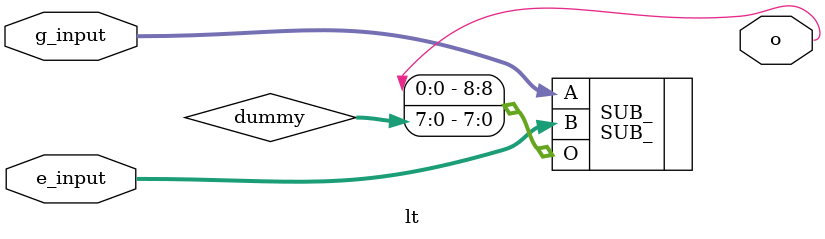
<source format=sv>
`timescale 1ns / 1ps

module lt #(parameter N = 8)(
	input	[N-1:0]	g_input,
	input	[N-1:0]	e_input,
	output	o
);	 		
	logic [N-1:0] dummy;
		
	SUB_ #(.N(N)) SUB_( 
		.A(g_input),
		.B(e_input),
		.O({o, dummy})
    );	

endmodule
</source>
